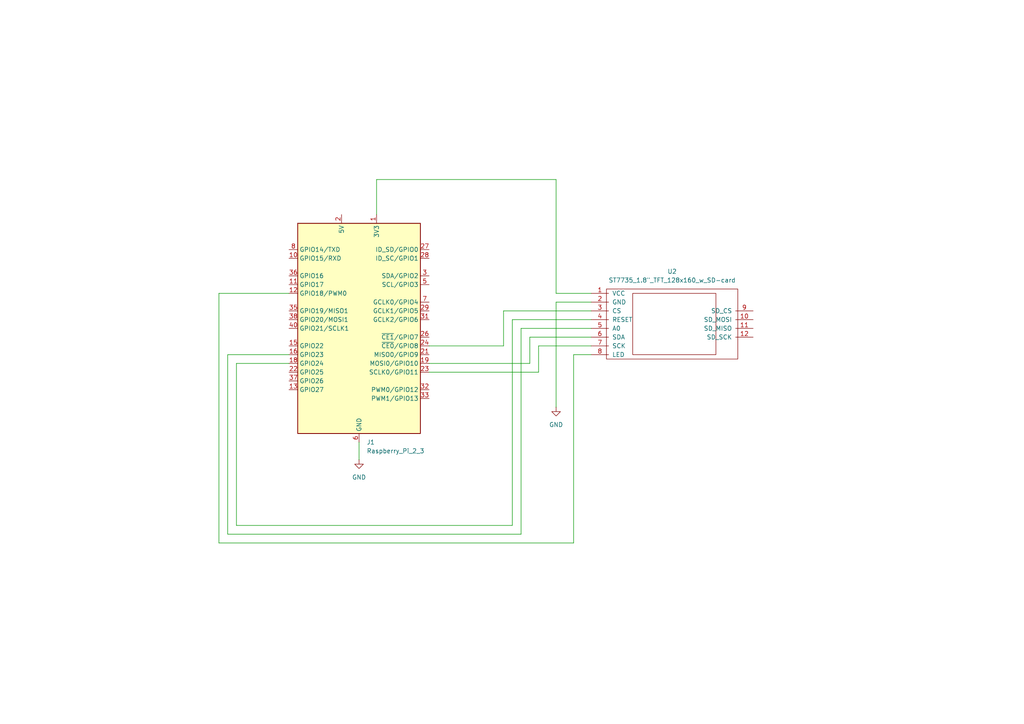
<source format=kicad_sch>
(kicad_sch (version 20231120) (generator "eeschema") (generator_version "8.0")
  (paper "A4")
  (lib_symbols
    (symbol "Connector:Raspberry_Pi_2_3"
      (property "Reference" "J" (at -17.78 31.75 0))
      (property "Value" "Raspberry_Pi_2_3" (at 10.16 -31.75 0))
      (symbol "Raspberry_Pi_2_3_0_1"
        (rectangle (start -17.78 30.48) (end 17.78 -30.48) (stroke (width 0.254)) (fill (type background)))
      )
      (symbol "Raspberry_Pi_2_3_1_1"
        (pin power_in line (at 5.08 33.02 270) (length 2.54) (name "3V3") (number "1"))
        (pin bidirectional line (at -20.32 20.32 0) (length 2.54) (name "GPIO15/RXD") (number "10"))
        (pin bidirectional line (at -20.32 12.7 0) (length 2.54) (name "GPIO17") (number "11"))
        (pin bidirectional line (at -20.32 10.16 0) (length 2.54) (name "GPIO18/PWM0") (number "12"))
        (pin bidirectional line (at -20.32 -17.78 0) (length 2.54) (name "GPIO27") (number "13"))
        (pin passive line (at 0 -33.02 90) (length 2.54) hide (name "GND") (number "14"))
        (pin bidirectional line (at -20.32 -5.08 0) (length 2.54) (name "GPIO22") (number "15"))
        (pin bidirectional line (at -20.32 -7.62 0) (length 2.54) (name "GPIO23") (number "16"))
        (pin passive line (at 5.08 33.02 270) (length 2.54) hide (name "3V3") (number "17"))
        (pin bidirectional line (at -20.32 -10.16 0) (length 2.54) (name "GPIO24") (number "18"))
        (pin bidirectional line (at 20.32 -10.16 180) (length 2.54) (name "MOSI0/GPIO10") (number "19"))
        (pin power_in line (at -5.08 33.02 270) (length 2.54) (name "5V") (number "2"))
        (pin passive line (at 0 -33.02 90) (length 2.54) hide (name "GND") (number "20"))
        (pin bidirectional line (at 20.32 -7.62 180) (length 2.54) (name "MISO0/GPIO9") (number "21"))
        (pin bidirectional line (at -20.32 -12.7 0) (length 2.54) (name "GPIO25") (number "22"))
        (pin bidirectional line (at 20.32 -12.7 180) (length 2.54) (name "SCLK0/GPIO11") (number "23"))
        (pin bidirectional line (at 20.32 -5.08 180) (length 2.54) (name "~{CE0}/GPIO8") (number "24"))
        (pin passive line (at 0 -33.02 90) (length 2.54) hide (name "GND") (number "25"))
        (pin bidirectional line (at 20.32 -2.54 180) (length 2.54) (name "~{CE1}/GPIO7") (number "26"))
        (pin bidirectional line (at 20.32 22.86 180) (length 2.54) (name "ID_SD/GPIO0") (number "27"))
        (pin bidirectional line (at 20.32 20.32 180) (length 2.54) (name "ID_SC/GPIO1") (number "28"))
        (pin bidirectional line (at 20.32 5.08 180) (length 2.54) (name "GCLK1/GPIO5") (number "29"))
        (pin bidirectional line (at 20.32 15.24 180) (length 2.54) (name "SDA/GPIO2") (number "3"))
        (pin passive line (at 0 -33.02 90) (length 2.54) hide (name "GND") (number "30"))
        (pin bidirectional line (at 20.32 2.54 180) (length 2.54) (name "GCLK2/GPIO6") (number "31"))
        (pin bidirectional line (at 20.32 -17.78 180) (length 2.54) (name "PWM0/GPIO12") (number "32"))
        (pin bidirectional line (at 20.32 -20.32 180) (length 2.54) (name "PWM1/GPIO13") (number "33"))
        (pin passive line (at 0 -33.02 90) (length 2.54) hide (name "GND") (number "34"))
        (pin bidirectional line (at -20.32 5.08 0) (length 2.54) (name "GPIO19/MISO1") (number "35"))
        (pin bidirectional line (at -20.32 15.24 0) (length 2.54) (name "GPIO16") (number "36"))
        (pin bidirectional line (at -20.32 -15.24 0) (length 2.54) (name "GPIO26") (number "37"))
        (pin bidirectional line (at -20.32 2.54 0) (length 2.54) (name "GPIO20/MOSI1") (number "38"))
        (pin passive line (at 0 -33.02 90) (length 2.54) hide (name "GND") (number "39"))
        (pin passive line (at -5.08 33.02 270) (length 2.54) hide (name "5V") (number "4"))
        (pin bidirectional line (at -20.32 0 0) (length 2.54) (name "GPIO21/SCLK1") (number "40"))
        (pin bidirectional line (at 20.32 12.7 180) (length 2.54) (name "SCL/GPIO3") (number "5"))
        (pin power_in line (at 0 -33.02 90) (length 2.54) (name "GND") (number "6"))
        (pin bidirectional line (at 20.32 7.62 180) (length 2.54) (name "GCLK0/GPIO4") (number "7"))
        (pin bidirectional line (at -20.32 22.86 0) (length 2.54) (name "GPIO14/TXD") (number "8"))
        (pin passive line (at 0 -33.02 90) (length 2.54) hide (name "GND") (number "9"))
      )
    )
    (symbol "My_Parts:ST7735_1.8{dblquote}_TFT_128x160_w_SD-card" (pin_names (offset 1.016))
      (property "Reference" "U" (at 6.35 3.175 0))
      (property "Value" "ST7735_1.8{dblquote}_TFT_128x160_w_SD-card" (at 24.13 -20.955 0))
      (symbol "ST7735_1.8{dblquote}_TFT_128x160_w_SD-card_0_1"
        (rectangle (start 4.445 1.27) (end 42.545 -19.05))
        (rectangle (start 12.065 0) (end 36.195 -17.78))
      )
      (symbol "ST7735_1.8{dblquote}_TFT_128x160_w_SD-card_1_1"
        (pin power_in line (at 0 0 0) (length 5.08) (name "VCC") (number "1"))
        (pin bidirectional line (at 46.99 -7.62 180) (length 5.08) (name "SD_MOSI") (number "10"))
        (pin bidirectional line (at 46.99 -10.16 180) (length 5.08) (name "SD_MISO") (number "11"))
        (pin bidirectional line (at 46.99 -12.7 180) (length 5.08) (name "SD_SCK") (number "12"))
        (pin power_in line (at 0 -2.54 0) (length 5.08) (name "GND") (number "2"))
        (pin input line (at 0 -5.08 0) (length 5.08) (name "CS") (number "3"))
        (pin input line (at 0 -7.62 0) (length 5.08) (name "RESET") (number "4"))
        (pin input line (at 0 -10.16 0) (length 5.08) (name "A0") (number "5"))
        (pin input line (at 0 -12.7 0) (length 5.08) (name "SDA") (number "6"))
        (pin input line (at 0 -15.24 0) (length 5.08) (name "SCK") (number "7"))
        (pin input line (at 0 -17.78 0) (length 5.08) (name "LED") (number "8"))
        (pin bidirectional line (at 46.99 -5.08 180) (length 5.08) (name "SD_CS") (number "9"))
      )
    )
    (symbol "power:GND" (power) (pin_numbers hide) (pin_names (offset 0) hide)
      (property "Value" "GND" (at 0 -3.81 0))
      (symbol "GND_0_1"
        (polyline (pts (xy 0 0) (xy 0 -1.27) (xy 1.27 -1.27) (xy 0 -2.54) (xy -1.27 -1.27) (xy 0 -1.27)))
      )
      (symbol "GND_1_1"
        (pin power_in line (at 0 0 270) (length 0) (name "~") (number "1"))
      )
    )
  )
  (wire (pts (xy 166.37 102.87) (xy 166.37 157.48)))
  (wire (pts (xy 63.5 157.48) (xy 63.5 85.09)))
  (wire (pts (xy 148.59 152.4) (xy 68.58 152.4)))
  (wire (pts (xy 124.46 107.95) (xy 156.21 107.95)))
  (wire (pts (xy 66.04 102.87) (xy 83.82 102.87)))
  (wire (pts (xy 161.29 52.07) (xy 109.22 52.07)))
  (wire (pts (xy 171.45 102.87) (xy 166.37 102.87)))
  (wire (pts (xy 68.58 105.41) (xy 83.82 105.41)))
  (wire (pts (xy 171.45 97.79) (xy 153.67 97.79)))
  (wire (pts (xy 146.05 90.17) (xy 146.05 100.33)))
  (wire (pts (xy 171.45 85.09) (xy 161.29 85.09)))
  (wire (pts (xy 171.45 95.25) (xy 151.13 95.25)))
  (wire (pts (xy 109.22 62.23) (xy 109.22 52.07)))
  (wire (pts (xy 156.21 100.33) (xy 156.21 107.95)))
  (wire (pts (xy 171.45 100.33) (xy 156.21 100.33)))
  (wire (pts (xy 66.04 154.94) (xy 66.04 102.87)))
  (wire (pts (xy 161.29 85.09) (xy 161.29 52.07)))
  (wire (pts (xy 124.46 100.33) (xy 146.05 100.33)))
  (wire (pts (xy 166.37 157.48) (xy 63.5 157.48)))
  (wire (pts (xy 104.14 128.27) (xy 104.14 133.35)))
  (wire (pts (xy 171.45 90.17) (xy 146.05 90.17)))
  (wire (pts (xy 68.58 152.4) (xy 68.58 105.41)))
  (wire (pts (xy 171.45 92.71) (xy 148.59 92.71)))
  (wire (pts (xy 161.29 87.63) (xy 161.29 118.11)))
  (wire (pts (xy 153.67 97.79) (xy 153.67 105.41)))
  (wire (pts (xy 124.46 105.41) (xy 153.67 105.41)))
  (wire (pts (xy 151.13 154.94) (xy 66.04 154.94)))
  (wire (pts (xy 171.45 87.63) (xy 161.29 87.63)))
  (wire (pts (xy 63.5 85.09) (xy 83.82 85.09)))
  (wire (pts (xy 148.59 92.71) (xy 148.59 152.4)))
  (wire (pts (xy 151.13 95.25) (xy 151.13 154.94)))
  (symbol (lib_id "Connector:Raspberry_Pi_2_3") (at 104.14 95.25 0) (unit 1)
    (property "Reference" "J1" (at 106.3341 128.27 0) (effects (justify left)))
    (property "Value" "Raspberry_Pi_2_3" (at 106.3341 130.81 0) (effects (justify left)))
    (property "Datasheet" "https://www.raspberrypi.org/documentation/hardware/raspberrypi/schematics/rpi_SCH_3bplus_1p0_reduced.pdf" (effects (hide yes)))
    (property "Description" "expansion header for Raspberry Pi 2 & 3" (effects (hide yes)))
  )
  (symbol (lib_id "My_Parts:ST7735_1.8{dblquote}_TFT_128x160_w_SD-card") (at 171.45 85.09 0) (unit 1)
    (property "Reference" "U2" (at 194.945 78.74 0))
    (property "Value" "ST7735_1.8\"_TFT_128x160_w_SD-card" (at 194.945 81.28 0))
  )
  (symbol (lib_id "power:GND") (at 161.29 118.11 0) (unit 1)
    (property "Reference" "#PWR02" (effects (hide yes)))
    (property "Value" "GND" (at 161.29 123.19 0))
    (property "Description" "Power symbol creates a global label with name \"GND\" , ground" (effects (hide yes)))
  )
  (symbol (lib_id "power:GND") (at 104.14 133.35 0) (unit 1)
    (property "Reference" "#PWR01" (effects (hide yes)))
    (property "Value" "GND" (at 104.14 138.43 0))
    (property "Description" "Power symbol creates a global label with name \"GND\" , ground" (effects (hide yes)))
  )
)
</source>
